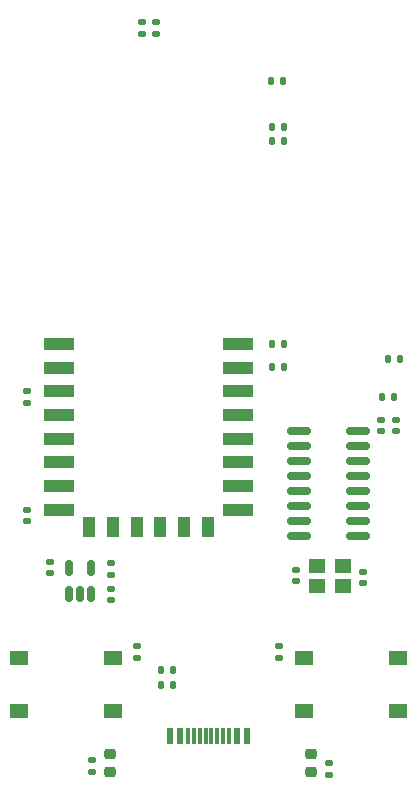
<source format=gbr>
%TF.GenerationSoftware,KiCad,Pcbnew,(6.0.1)*%
%TF.CreationDate,2022-08-04T18:09:42+02:00*%
%TF.ProjectId,Ganimede_Esp8266,47616e69-6d65-4646-955f-457370383236,rev?*%
%TF.SameCoordinates,Original*%
%TF.FileFunction,Paste,Top*%
%TF.FilePolarity,Positive*%
%FSLAX46Y46*%
G04 Gerber Fmt 4.6, Leading zero omitted, Abs format (unit mm)*
G04 Created by KiCad (PCBNEW (6.0.1)) date 2022-08-04 18:09:42*
%MOMM*%
%LPD*%
G01*
G04 APERTURE LIST*
G04 Aperture macros list*
%AMRoundRect*
0 Rectangle with rounded corners*
0 $1 Rounding radius*
0 $2 $3 $4 $5 $6 $7 $8 $9 X,Y pos of 4 corners*
0 Add a 4 corners polygon primitive as box body*
4,1,4,$2,$3,$4,$5,$6,$7,$8,$9,$2,$3,0*
0 Add four circle primitives for the rounded corners*
1,1,$1+$1,$2,$3*
1,1,$1+$1,$4,$5*
1,1,$1+$1,$6,$7*
1,1,$1+$1,$8,$9*
0 Add four rect primitives between the rounded corners*
20,1,$1+$1,$2,$3,$4,$5,0*
20,1,$1+$1,$4,$5,$6,$7,0*
20,1,$1+$1,$6,$7,$8,$9,0*
20,1,$1+$1,$8,$9,$2,$3,0*%
G04 Aperture macros list end*
%ADD10RoundRect,0.140000X0.170000X-0.140000X0.170000X0.140000X-0.170000X0.140000X-0.170000X-0.140000X0*%
%ADD11RoundRect,0.135000X0.185000X-0.135000X0.185000X0.135000X-0.185000X0.135000X-0.185000X-0.135000X0*%
%ADD12RoundRect,0.140000X-0.170000X0.140000X-0.170000X-0.140000X0.170000X-0.140000X0.170000X0.140000X0*%
%ADD13RoundRect,0.135000X-0.135000X-0.185000X0.135000X-0.185000X0.135000X0.185000X-0.135000X0.185000X0*%
%ADD14RoundRect,0.150000X0.150000X-0.512500X0.150000X0.512500X-0.150000X0.512500X-0.150000X-0.512500X0*%
%ADD15RoundRect,0.135000X0.135000X0.185000X-0.135000X0.185000X-0.135000X-0.185000X0.135000X-0.185000X0*%
%ADD16RoundRect,0.150000X-0.825000X-0.150000X0.825000X-0.150000X0.825000X0.150000X-0.825000X0.150000X0*%
%ADD17R,0.600000X1.450000*%
%ADD18R,0.300000X1.450000*%
%ADD19RoundRect,0.135000X-0.185000X0.135000X-0.185000X-0.135000X0.185000X-0.135000X0.185000X0.135000X0*%
%ADD20R,1.400000X1.200000*%
%ADD21R,1.550000X1.300000*%
%ADD22RoundRect,0.218750X0.256250X-0.218750X0.256250X0.218750X-0.256250X0.218750X-0.256250X-0.218750X0*%
%ADD23R,2.500000X1.000000*%
%ADD24R,1.000000X1.800000*%
%ADD25RoundRect,0.140000X-0.140000X-0.170000X0.140000X-0.170000X0.140000X0.170000X-0.140000X0.170000X0*%
G04 APERTURE END LIST*
D10*
%TO.C,C7*%
X160629600Y-99692400D03*
X160629600Y-98732400D03*
%TD*%
D11*
%TO.C,R3*%
X139115800Y-66094800D03*
X139115800Y-65074800D03*
%TD*%
D12*
%TO.C,C1*%
X129438400Y-106352400D03*
X129438400Y-107312400D03*
%TD*%
D13*
%TO.C,R8*%
X150162800Y-73914000D03*
X151182800Y-73914000D03*
%TD*%
D12*
%TO.C,C2*%
X136525000Y-113058000D03*
X136525000Y-114018000D03*
%TD*%
D14*
%TO.C,U2*%
X132958800Y-113507100D03*
X133908800Y-113507100D03*
X134858800Y-113507100D03*
X134858800Y-111232100D03*
X132958800Y-111232100D03*
%TD*%
D15*
%TO.C,R6*%
X151081200Y-70053200D03*
X150061200Y-70053200D03*
%TD*%
D16*
%TO.C,U3*%
X152465000Y-99695000D03*
X152465000Y-100965000D03*
X152465000Y-102235000D03*
X152465000Y-103505000D03*
X152465000Y-104775000D03*
X152465000Y-106045000D03*
X152465000Y-107315000D03*
X152465000Y-108585000D03*
X157415000Y-108585000D03*
X157415000Y-107315000D03*
X157415000Y-106045000D03*
X157415000Y-104775000D03*
X157415000Y-103505000D03*
X157415000Y-102235000D03*
X157415000Y-100965000D03*
X157415000Y-99695000D03*
%TD*%
D17*
%TO.C,CN1*%
X141530000Y-125495000D03*
X142330000Y-125495000D03*
D18*
X143530000Y-125495000D03*
X144530000Y-125495000D03*
X145030000Y-125495000D03*
X146030000Y-125495000D03*
D17*
X147230000Y-125495000D03*
X148030000Y-125495000D03*
X148030000Y-125495000D03*
X147230000Y-125495000D03*
D18*
X146530000Y-125495000D03*
X145530000Y-125495000D03*
X144030000Y-125495000D03*
X143030000Y-125495000D03*
D17*
X142330000Y-125495000D03*
X141530000Y-125495000D03*
%TD*%
D19*
%TO.C,R12*%
X150774400Y-117904800D03*
X150774400Y-118924800D03*
%TD*%
D11*
%TO.C,R14*%
X154940000Y-128780000D03*
X154940000Y-127760000D03*
%TD*%
D15*
%TO.C,R2*%
X141734000Y-121158000D03*
X140714000Y-121158000D03*
%TD*%
D11*
%TO.C,R4*%
X140335000Y-66094800D03*
X140335000Y-65074800D03*
%TD*%
D20*
%TO.C,Y1*%
X153941600Y-112762400D03*
X156141600Y-112762400D03*
X156141600Y-111062400D03*
X153941600Y-111062400D03*
%TD*%
D10*
%TO.C,C8*%
X159410400Y-99692400D03*
X159410400Y-98732400D03*
%TD*%
%TO.C,C5*%
X152146000Y-112392400D03*
X152146000Y-111432400D03*
%TD*%
D12*
%TO.C,C6*%
X157835600Y-111584800D03*
X157835600Y-112544800D03*
%TD*%
D15*
%TO.C,R11*%
X151132000Y-92303600D03*
X150112000Y-92303600D03*
%TD*%
D21*
%TO.C,SW1*%
X152870000Y-123408000D03*
X160820000Y-123408000D03*
X160820000Y-118908000D03*
X152870000Y-118908000D03*
%TD*%
D19*
%TO.C,R13*%
X138684000Y-117854000D03*
X138684000Y-118874000D03*
%TD*%
D22*
%TO.C,LD2*%
X153416000Y-128549500D03*
X153416000Y-126974500D03*
%TD*%
D11*
%TO.C,R5*%
X129438400Y-97334800D03*
X129438400Y-96314800D03*
%TD*%
%TO.C,R9*%
X134874000Y-128526000D03*
X134874000Y-127506000D03*
%TD*%
D21*
%TO.C,SW2*%
X136690000Y-123408000D03*
X128740000Y-123408000D03*
X136690000Y-118908000D03*
X128740000Y-118908000D03*
%TD*%
D23*
%TO.C,U1*%
X132100000Y-92316000D03*
X132100000Y-94316000D03*
X132100000Y-96316000D03*
X132100000Y-98316000D03*
X132100000Y-100316000D03*
X132100000Y-102316000D03*
X132100000Y-104316000D03*
X132100000Y-106316000D03*
D24*
X134700000Y-107816000D03*
X136700000Y-107816000D03*
X138700000Y-107816000D03*
X140700000Y-107816000D03*
X142700000Y-107816000D03*
X144700000Y-107816000D03*
D23*
X147300000Y-106316000D03*
X147300000Y-104316000D03*
X147300000Y-102316000D03*
X147300000Y-100316000D03*
X147300000Y-98316000D03*
X147300000Y-96316000D03*
X147300000Y-94316000D03*
X147300000Y-92316000D03*
%TD*%
D12*
%TO.C,C4*%
X131368800Y-110721200D03*
X131368800Y-111681200D03*
%TD*%
%TO.C,C3*%
X136550400Y-110873600D03*
X136550400Y-111833600D03*
%TD*%
D15*
%TO.C,R7*%
X151182800Y-75082400D03*
X150162800Y-75082400D03*
%TD*%
D22*
%TO.C,LD1*%
X136398000Y-128549500D03*
X136398000Y-126974500D03*
%TD*%
D15*
%TO.C,R15*%
X160961800Y-93573600D03*
X159941800Y-93573600D03*
%TD*%
%TO.C,R1*%
X141734000Y-119888000D03*
X140714000Y-119888000D03*
%TD*%
%TO.C,R10*%
X151132000Y-94284800D03*
X150112000Y-94284800D03*
%TD*%
D25*
%TO.C,C9*%
X159489200Y-96774000D03*
X160449200Y-96774000D03*
%TD*%
M02*

</source>
